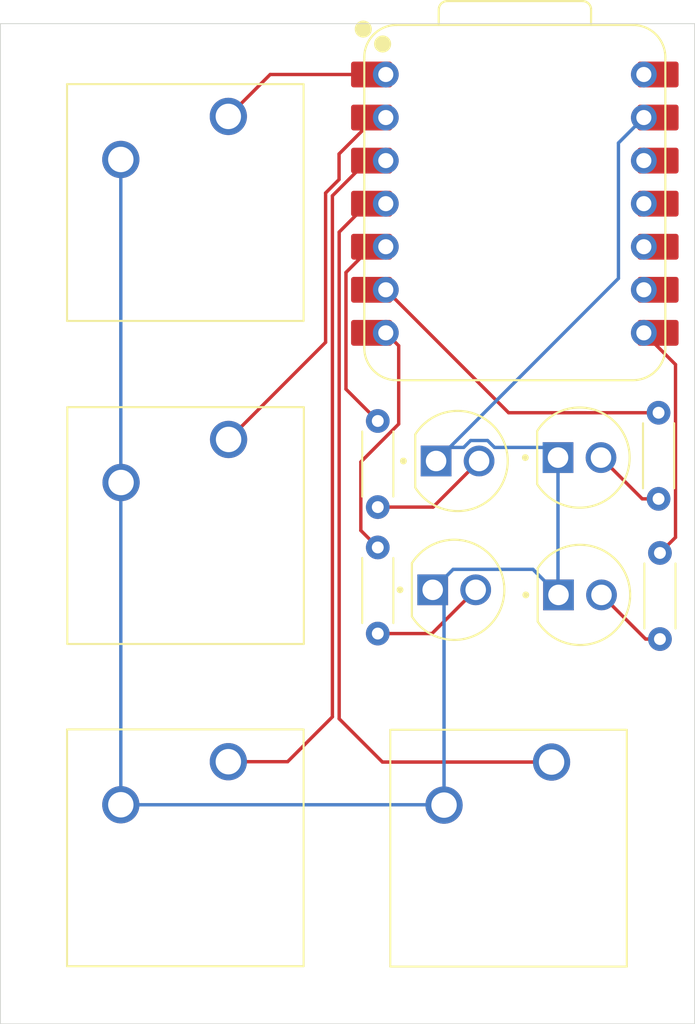
<source format=kicad_pcb>
(kicad_pcb (version 20241229) (generator "pcbnew") (generator_version "9.0")
  (layers (0 "F.Cu" signal) (2 "B.Cu" signal) (13 "F.Paste" user) (15 "B.Paste" user) (5 "F.SilkS" user "F.Silkscreen") (7 "B.SilkS" user "B.Silkscreen") (1 "F.Mask" user) (3 "B.Mask" user) (25 "Edge.Cuts" user))
  (net 0 "")
  (net 1 "Net-(D4-PadA)")
  (net 2 "GND")
  (net 3 "Net-(D1-PadA)")
  (net 4 "Net-(D2-PadA)")
  (net 5 "led 1")
  (net 6 "led 2")
  (net 7 "led 3")
  (net 8 "switch 1")
  (net 9 "switch 2")
  (net 10 "switch 3")
  (net 14 "Net-(D3-PadA)")
  (net 15 "led 4")
  (net 18 "switch 4")
  (footprint "e390cee6c564169ed6d49fe7a268946ec8897500_l08r5000q1:LEDRD254W57D500H1070" (layer "F.Cu") (at 100.3 87.4)
    (property "Reference" "D3" (hide yes))
    (property "Value" "L08R5000Q1" (hide yes))
    (fp_line (start -2.5 -1.566) (end -2.5 1.566) (stroke (width 0.127)) (layer "F.SilkS"))
    (fp_arc (start -2.5 -1.566) (mid 2.961291 0) (end -2.5 1.566) (stroke (width 0.127)) (layer "F.SilkS"))
    (fp_circle (center -3.2 0) (end -3.1 0) (stroke (width 0.2)) (fill no) (layer "F.SilkS"))
    (pad "A" thru_hole circle (at 1.27 0) (size 1.815 1.815) (drill 1.21) (layers "*.Cu" "*.Mask") (net 14 "Net-(D3-PadA)"))
    (pad "C" thru_hole rect (at -1.27 0) (size 1.815 1.815) (drill 1.21) (layers "*.Cu" "*.Mask") (net 2 "GND"))
  )
  (footprint "Seeed Studio XIAO Series Library:XIAO-RP2040-DIP" (layer "F.Cu") (at 103.88 64.62)
    (property "Reference" "U1" (hide yes))
    (property "Value" "XIAO-RP2040-DIP" (hide yes))
    (fp_line (start -8.89 8.509) (end -8.89 -8.636) (stroke (width 0.127)) (layer "F.SilkS"))
    (fp_line (start -6.985 10.414) (end 6.985 10.414) (stroke (width 0.127)) (layer "F.SilkS"))
    (fp_line (start -4.495 -10.541) (end -4.491272 -11.451272) (stroke (width 0.127)) (layer "F.SilkS"))
    (fp_line (start -3.991272 -11.951) (end 4.004 -11.951) (stroke (width 0.127)) (layer "F.SilkS"))
    (fp_line (start 4.504 -11.451) (end 4.504 -10.541) (stroke (width 0.127)) (layer "F.SilkS"))
    (fp_line (start 6.985 -10.541) (end -6.985 -10.541) (stroke (width 0.1)) (layer "F.SilkS"))
    (fp_line (start 6.985 -10.541) (end -6.985 -10.541) (stroke (width 0.127)) (layer "F.SilkS"))
    (fp_line (start 8.89 8.509) (end 8.89 -8.636) (stroke (width 0.127)) (layer "F.SilkS"))
    (fp_arc (start -8.89 -8.636) (mid -8.332038 -9.983038) (end -6.985 -10.541) (stroke (width 0.127)) (layer "F.SilkS"))
    (fp_arc (start -6.985 10.414) (mid -8.332038 9.856038) (end -8.89 8.509) (stroke (width 0.127)) (layer "F.SilkS"))
    (fp_arc (start -4.491272 -11.451272) (mid -4.344724 -11.804644) (end -3.991272 -11.951) (stroke (width 0.127)) (layer "F.SilkS"))
    (fp_arc (start 4.004 -11.951) (mid 4.357553 -11.804553) (end 4.504 -11.451) (stroke (width 0.127)) (layer "F.SilkS"))
    (fp_arc (start 6.985 -10.541) (mid 8.332038 -9.983038) (end 8.89 -8.636) (stroke (width 0.127)) (layer "F.SilkS"))
    (fp_arc (start 8.89 8.509) (mid 8.332038 9.856038) (end 6.985 10.414) (stroke (width 0.127)) (layer "F.SilkS"))
    (fp_circle (center -8.95 -10.3) (end -8.95 -10.554) (stroke (width 0.5)) (fill yes) (layer "F.SilkS"))
    (fp_circle (center -7.807 -9.42) (end -7.807 -9.674) (stroke (width 0.5)) (fill yes) (layer "F.SilkS"))
    (pad "1" smd roundrect (at -8.455 -7.62 180) (size 2.432 1.524) (layers "F.Cu" "F.Mask") (roundrect_rratio 0.1) (net 8 "switch 1"))
    (pad "1" thru_hole circle (at -7.62 -7.62 180) (size 1.524 1.524) (drill 0.889) (layers "*.Cu" "*.Mask") (net 8 "switch 1"))
    (pad "2" smd roundrect (at -8.455 -5.08 180) (size 2.432 1.524) (layers "F.Cu" "F.Mask") (roundrect_rratio 0.1) (net 9 "switch 2"))
    (pad "2" thru_hole circle (at -7.62 -5.08 180) (size 1.524 1.524) (drill 0.889) (layers "*.Cu" "*.Mask") (net 9 "switch 2"))
    (pad "3" smd roundrect (at -8.455 -2.54 180) (size 2.432 1.524) (layers "F.Cu" "F.Mask") (roundrect_rratio 0.1) (net 10 "switch 3"))
    (pad "3" thru_hole circle (at -7.62 -2.54 180) (size 1.524 1.524) (drill 0.889) (layers "*.Cu" "*.Mask") (net 10 "switch 3"))
    (pad "4" smd roundrect (at -8.455 0 180) (size 2.432 1.524) (layers "F.Cu" "F.Mask") (roundrect_rratio 0.1) (net 18 "switch 4"))
    (pad "4" thru_hole circle (at -7.62 0 180) (size 1.524 1.524) (drill 0.889) (layers "*.Cu" "*.Mask") (net 18 "switch 4"))
    (pad "5" smd roundrect (at -8.455 2.54 180) (size 2.432 1.524) (layers "F.Cu" "F.Mask") (roundrect_rratio 0.1) (net 5 "led 1"))
    (pad "5" thru_hole circle (at -7.62 2.54 180) (size 1.524 1.524) (drill 0.889) (layers "*.Cu" "*.Mask") (net 5 "led 1"))
    (pad "6" smd roundrect (at -8.455 5.08 180) (size 2.432 1.524) (layers "F.Cu" "F.Mask") (roundrect_rratio 0.1) (net 6 "led 2"))
    (pad "6" thru_hole circle (at -7.62 5.08 180) (size 1.524 1.524) (drill 0.889) (layers "*.Cu" "*.Mask") (net 6 "led 2"))
    (pad "7" smd roundrect (at -8.455 7.62 180) (size 2.432 1.524) (layers "F.Cu" "F.Mask") (roundrect_rratio 0.1) (net 7 "led 3"))
    (pad "7" thru_hole circle (at -7.62 7.62 180) (size 1.524 1.524) (drill 0.889) (layers "*.Cu" "*.Mask") (net 7 "led 3"))
    (pad "8" thru_hole circle (at 7.62 7.62) (size 1.524 1.524) (drill 0.889) (layers "*.Cu" "*.Mask") (net 15 "led 4"))
    (pad "8" smd roundrect (at 8.455 7.62) (size 2.432 1.524) (layers "F.Cu" "F.Mask") (roundrect_rratio 0.1) (net 15 "led 4"))
    (pad "9" thru_hole circle (at 7.62 5.08) (size 1.524 1.524) (drill 0.889) (layers "*.Cu" "*.Mask"))
    (pad "9" smd roundrect (at 8.455 5.08) (size 2.432 1.524) (layers "F.Cu" "F.Mask") (roundrect_rratio 0.1))
    (pad "10" thru_hole circle (at 7.62 2.54) (size 1.524 1.524) (drill 0.889) (layers "*.Cu" "*.Mask"))
    (pad "10" smd roundrect (at 8.455 2.54) (size 2.432 1.524) (layers "F.Cu" "F.Mask") (roundrect_rratio 0.1))
    (pad "11" thru_hole circle (at 7.62 0) (size 1.524 1.524) (drill 0.889) (layers "*.Cu" "*.Mask"))
    (pad "11" smd roundrect (at 8.455 0) (size 2.432 1.524) (layers "F.Cu" "F.Mask") (roundrect_rratio 0.1))
    (pad "12" thru_hole circle (at 7.62 -2.54) (size 1.524 1.524) (drill 0.889) (layers "*.Cu" "*.Mask"))
    (pad "12" smd roundrect (at 8.455 -2.54) (size 2.432 1.524) (layers "F.Cu" "F.Mask") (roundrect_rratio 0.1))
    (pad "13" thru_hole circle (at 7.62 -5.08) (size 1.524 1.524) (drill 0.889) (layers "*.Cu" "*.Mask") (net 2 "GND"))
    (pad "13" smd roundrect (at 8.455 -5.08) (size 2.432 1.524) (layers "F.Cu" "F.Mask") (roundrect_rratio 0.1) (net 2 "GND"))
    (pad "14" thru_hole circle (at 7.62 -7.62) (size 1.524 1.524) (drill 0.889) (layers "*.Cu" "*.Mask"))
    (pad "14" smd roundrect (at 8.455 -7.62) (size 2.432 1.524) (layers "F.Cu" "F.Mask") (roundrect_rratio 0.1))
  )
  (footprint "e390cee6c564169ed6d49fe7a268946ec8897500_l08r5000q1:LEDRD254W57D500H1070" (layer "F.Cu") (at 107.73 87.7)
    (property "Reference" "D4" (hide yes))
    (property "Value" "L08R5000Q1" (hide yes))
    (fp_line (start -2.5 -1.566) (end -2.5 1.566) (stroke (width 0.127)) (layer "F.SilkS"))
    (fp_arc (start -2.5 -1.566) (mid 2.961291 0) (end -2.5 1.566) (stroke (width 0.127)) (layer "F.SilkS"))
    (fp_circle (center -3.2 0) (end -3.1 0) (stroke (width 0.2)) (fill no) (layer "F.SilkS"))
    (pad "A" thru_hole circle (at 1.27 0) (size 1.815 1.815) (drill 1.21) (layers "*.Cu" "*.Mask") (net 1 "Net-(D4-PadA)"))
    (pad "C" thru_hole rect (at -1.27 0) (size 1.815 1.815) (drill 1.21) (layers "*.Cu" "*.Mask") (net 2 "GND"))
  )
  (footprint "Resistor_THT:R_Axial_DIN0204_L3.6mm_D1.6mm_P5.08mm_Horizontal" (layer "F.Cu") (at 112.450942 90.304919 90)
    (property "Reference" "R4" (hide yes))
    (property "Value" "R" (hide yes))
    (fp_line (start 0.62 -0.92) (end 4.46 -0.92) (stroke (width 0.12)) (layer "F.SilkS"))
    (fp_line (start 0.62 0.92) (end 4.46 0.92) (stroke (width 0.12)) (layer "F.SilkS"))
    (pad "1" thru_hole circle (at 0 0 90) (size 1.4 1.4) (drill 0.7) (layers "*.Cu" "*.Mask") (net 1 "Net-(D4-PadA)"))
    (pad "2" thru_hole circle (at 5.08 0 90) (size 1.4 1.4) (drill 0.7) (layers "*.Cu" "*.Mask") (net 15 "led 4"))
  )
  (footprint "Button_Switch_Keyboard:SW_Cherry_MX_1.00u_PCB" (layer "F.Cu") (at 86.96 59.472792)
    (property "Reference" "SW1" (hide yes))
    (property "Value" "SW_Push" (hide yes))
    (fp_line (start -9.525 -1.905) (end 4.445 -1.905) (stroke (width 0.12)) (layer "F.SilkS"))
    (fp_line (start -9.525 12.065) (end -9.525 -1.905) (stroke (width 0.12)) (layer "F.SilkS"))
    (fp_line (start 4.445 -1.905) (end 4.445 12.065) (stroke (width 0.12)) (layer "F.SilkS"))
    (fp_line (start 4.445 12.065) (end -9.525 12.065) (stroke (width 0.12)) (layer "F.SilkS"))
    (pad "" np_thru_hole circle (at -7.62 5.08) (size 1.7 1.7) (drill 1.7) (layers "*.Cu" "*.Mask"))
    (pad "" np_thru_hole circle (at -2.54 5.08) (size 4 4) (drill 4) (layers "*.Cu" "*.Mask"))
    (pad "" np_thru_hole circle (at 2.54 5.08) (size 1.7 1.7) (drill 1.7) (layers "*.Cu" "*.Mask"))
    (pad "1" thru_hole circle (at 0 0) (size 2.2 2.2) (drill 1.5) (layers "*.Cu" "*.Mask") (net 8 "switch 1"))
    (pad "2" thru_hole circle (at -6.35 2.54) (size 2.2 2.2) (drill 1.5) (layers "*.Cu" "*.Mask") (net 2 "GND"))
  )
  (footprint "Button_Switch_Keyboard:SW_Cherry_MX_1.00u_PCB" (layer "F.Cu") (at 86.960799 97.53945)
    (property "Reference" "SW3" (hide yes))
    (property "Value" "SW_Push" (hide yes))
    (fp_line (start -9.525 -1.905) (end 4.445 -1.905) (stroke (width 0.12)) (layer "F.SilkS"))
    (fp_line (start -9.525 12.065) (end -9.525 -1.905) (stroke (width 0.12)) (layer "F.SilkS"))
    (fp_line (start 4.445 -1.905) (end 4.445 12.065) (stroke (width 0.12)) (layer "F.SilkS"))
    (fp_line (start 4.445 12.065) (end -9.525 12.065) (stroke (width 0.12)) (layer "F.SilkS"))
    (pad "" np_thru_hole circle (at -7.62 5.08) (size 1.7 1.7) (drill 1.7) (layers "*.Cu" "*.Mask"))
    (pad "" np_thru_hole circle (at -2.54 5.08) (size 4 4) (drill 4) (layers "*.Cu" "*.Mask"))
    (pad "" np_thru_hole circle (at 2.54 5.08) (size 1.7 1.7) (drill 1.7) (layers "*.Cu" "*.Mask"))
    (pad "1" thru_hole circle (at 0 0) (size 2.2 2.2) (drill 1.5) (layers "*.Cu" "*.Mask") (net 10 "switch 3"))
    (pad "2" thru_hole circle (at -6.35 2.54) (size 2.2 2.2) (drill 1.5) (layers "*.Cu" "*.Mask") (net 2 "GND"))
  )
  (footprint "e390cee6c564169ed6d49fe7a268946ec8897500_l08r5000q1:LEDRD254W57D500H1070" (layer "F.Cu") (at 107.7 79.6)
    (property "Reference" "D2" (hide yes))
    (property "Value" "L08R5000Q1" (hide yes))
    (fp_line (start -2.5 -1.566) (end -2.5 1.566) (stroke (width 0.127)) (layer "F.SilkS"))
    (fp_arc (start -2.5 -1.566) (mid 2.961291 0) (end -2.5 1.566) (stroke (width 0.127)) (layer "F.SilkS"))
    (fp_circle (center -3.2 0) (end -3.1 0) (stroke (width 0.2)) (fill no) (layer "F.SilkS"))
    (pad "A" thru_hole circle (at 1.27 0) (size 1.815 1.815) (drill 1.21) (layers "*.Cu" "*.Mask") (net 4 "Net-(D2-PadA)"))
    (pad "C" thru_hole rect (at -1.27 0) (size 1.815 1.815) (drill 1.21) (layers "*.Cu" "*.Mask") (net 2 "GND"))
  )
  (footprint "Resistor_THT:R_Axial_DIN0204_L3.6mm_D1.6mm_P5.08mm_Horizontal" (layer "F.Cu") (at 95.786267 89.980546 90)
    (property "Reference" "R3" (hide yes))
    (property "Value" "R" (hide yes))
    (fp_line (start 0.62 -0.92) (end 4.46 -0.92) (stroke (width 0.12)) (layer "F.SilkS"))
    (fp_line (start 0.62 0.92) (end 4.46 0.92) (stroke (width 0.12)) (layer "F.SilkS"))
    (pad "1" thru_hole circle (at 0 0 90) (size 1.4 1.4) (drill 0.7) (layers "*.Cu" "*.Mask") (net 14 "Net-(D3-PadA)"))
    (pad "2" thru_hole circle (at 5.08 0 90) (size 1.4 1.4) (drill 0.7) (layers "*.Cu" "*.Mask") (net 7 "led 3"))
  )
  (footprint "Button_Switch_Keyboard:SW_Cherry_MX_1.00u_PCB" (layer "F.Cu") (at 106.05 97.56)
    (property "Reference" "SW4" (hide yes))
    (property "Value" "SW_Push" (hide yes))
    (fp_line (start -9.525 -1.905) (end 4.445 -1.905) (stroke (width 0.12)) (layer "F.SilkS"))
    (fp_line (start -9.525 12.065) (end -9.525 -1.905) (stroke (width 0.12)) (layer "F.SilkS"))
    (fp_line (start 4.445 -1.905) (end 4.445 12.065) (stroke (width 0.12)) (layer "F.SilkS"))
    (fp_line (start 4.445 12.065) (end -9.525 12.065) (stroke (width 0.12)) (layer "F.SilkS"))
    (pad "" np_thru_hole circle (at -7.62 5.08) (size 1.7 1.7) (drill 1.7) (layers "*.Cu" "*.Mask"))
    (pad "" np_thru_hole circle (at -2.54 5.08) (size 4 4) (drill 4) (layers "*.Cu" "*.Mask"))
    (pad "" np_thru_hole circle (at 2.54 5.08) (size 1.7 1.7) (drill 1.7) (layers "*.Cu" "*.Mask"))
    (pad "1" thru_hole circle (at 0 0) (size 2.2 2.2) (drill 1.5) (layers "*.Cu" "*.Mask") (net 18 "switch 4"))
    (pad "2" thru_hole circle (at -6.35 2.54) (size 2.2 2.2) (drill 1.5) (layers "*.Cu" "*.Mask") (net 2 "GND"))
  )
  (footprint "e390cee6c564169ed6d49fe7a268946ec8897500_l08r5000q1:LEDRD254W57D500H1070" (layer "F.Cu") (at 100.5 79.8)
    (property "Reference" "D1" (hide yes))
    (property "Value" "L08R5000Q1" (hide yes))
    (fp_line (start -2.5 -1.566) (end -2.5 1.566) (stroke (width 0.127)) (layer "F.SilkS"))
    (fp_arc (start -2.5 -1.566) (mid 2.961291 0) (end -2.5 1.566) (stroke (width 0.127)) (layer "F.SilkS"))
    (fp_circle (center -3.2 0) (end -3.1 0) (stroke (width 0.2)) (fill no) (layer "F.SilkS"))
    (pad "A" thru_hole circle (at 1.27 0) (size 1.815 1.815) (drill 1.21) (layers "*.Cu" "*.Mask") (net 3 "Net-(D1-PadA)"))
    (pad "C" thru_hole rect (at -1.27 0) (size 1.815 1.815) (drill 1.21) (layers "*.Cu" "*.Mask") (net 2 "GND"))
  )
  (footprint "Resistor_THT:R_Axial_DIN0204_L3.6mm_D1.6mm_P5.08mm_Horizontal" (layer "F.Cu") (at 112.369849 82.033402 90)
    (property "Reference" "R2" (hide yes))
    (property "Value" "R" (hide yes))
    (fp_line (start 0.62 -0.92) (end 4.46 -0.92) (stroke (width 0.12)) (layer "F.SilkS"))
    (fp_line (start 0.62 0.92) (end 4.46 0.92) (stroke (width 0.12)) (layer "F.SilkS"))
    (pad "1" thru_hole circle (at 0 0 90) (size 1.4 1.4) (drill 0.7) (layers "*.Cu" "*.Mask") (net 4 "Net-(D2-PadA)"))
    (pad "2" thru_hole circle (at 5.08 0 90) (size 1.4 1.4) (drill 0.7) (layers "*.Cu" "*.Mask") (net 6 "led 2"))
  )
  (footprint "Resistor_THT:R_Axial_DIN0204_L3.6mm_D1.6mm_P5.08mm_Horizontal" (layer "F.Cu") (at 95.786267 82.519962 90)
    (property "Reference" "R1" (hide yes))
    (property "Value" "R" (hide yes))
    (fp_line (start 0.62 -0.92) (end 4.46 -0.92) (stroke (width 0.12)) (layer "F.SilkS"))
    (fp_line (start 0.62 0.92) (end 4.46 0.92) (stroke (width 0.12)) (layer "F.SilkS"))
    (pad "1" thru_hole circle (at 0 0 90) (size 1.4 1.4) (drill 0.7) (layers "*.Cu" "*.Mask") (net 3 "Net-(D1-PadA)"))
    (pad "2" thru_hole circle (at 5.08 0 90) (size 1.4 1.4) (drill 0.7) (layers "*.Cu" "*.Mask") (net 5 "led 1"))
  )
  (footprint "Button_Switch_Keyboard:SW_Cherry_MX_1.00u_PCB" (layer "F.Cu") (at 86.975244 78.529314)
    (property "Reference" "SW2" (hide yes))
    (property "Value" "SW_Push" (hide yes))
    (fp_line (start -9.525 -1.905) (end 4.445 -1.905) (stroke (width 0.12)) (layer "F.SilkS"))
    (fp_line (start -9.525 12.065) (end -9.525 -1.905) (stroke (width 0.12)) (layer "F.SilkS"))
    (fp_line (start 4.445 -1.905) (end 4.445 12.065) (stroke (width 0.12)) (layer "F.SilkS"))
    (fp_line (start 4.445 12.065) (end -9.525 12.065) (stroke (width 0.12)) (layer "F.SilkS"))
    (pad "" np_thru_hole circle (at -7.62 5.08) (size 1.7 1.7) (drill 1.7) (layers "*.Cu" "*.Mask"))
    (pad "" np_thru_hole circle (at -2.54 5.08) (size 4 4) (drill 4) (layers "*.Cu" "*.Mask"))
    (pad "" np_thru_hole circle (at 2.54 5.08) (size 1.7 1.7) (drill 1.7) (layers "*.Cu" "*.Mask"))
    (pad "1" thru_hole circle (at 0 0) (size 2.2 2.2) (drill 1.5) (layers "*.Cu" "*.Mask") (net 9 "switch 2"))
    (pad "2" thru_hole circle (at -6.35 2.54) (size 2.2 2.2) (drill 1.5) (layers "*.Cu" "*.Mask") (net 2 "GND"))
  )
  (gr_rect (start 73.5 54) (end 114.5 113) (stroke (width 0.05)) (fill no) (layer "Edge.Cuts"))
  (segment (start 109 87.7) (end 111.604919 90.304919) (width 0.2) (layer "F.Cu") (net 1))
  (segment (start 111.604919 90.304919) (end 112.450942 90.304919) (width 0.2) (layer "F.Cu") (net 1))
  (segment (start 105.83 79) (end 106.43 79.6) (width 0.2) (layer "B.Cu") (net 2))
  (segment (start 99.7 100.1) (end 99.7 88.07) (width 0.2) (layer "B.Cu") (net 2))
  (segment (start 99.23 79.8) (end 110 69.03) (width 0.2) (layer "B.Cu") (net 2))
  (segment (start 100.03 79) (end 100.860922 79) (width 0.2) (layer "B.Cu") (net 2))
  (segment (start 80.61 100.078651) (end 80.610799 100.07945) (width 0.2) (layer "B.Cu") (net 2))
  (segment (start 106.43 87.67) (end 106.46 87.7) (width 0.2) (layer "B.Cu") (net 2))
  (segment (start 99.23 87.2) (end 99.03 87.4) (width 0.2) (layer "B.Cu") (net 2))
  (segment (start 104.9515 86.1915) (end 106.46 87.7) (width 0.2) (layer "B.Cu") (net 2))
  (segment (start 99.67945 100.07945) (end 99.7 100.1) (width 0.2) (layer "B.Cu") (net 2))
  (segment (start 110 61.04) (end 111.5 59.54) (width 0.2) (layer "B.Cu") (net 2))
  (segment (start 100.860922 79) (end 101.269422 78.5915) (width 0.2) (layer "B.Cu") (net 2))
  (segment (start 101.269422 78.5915) (end 102.270578 78.5915) (width 0.2) (layer "B.Cu") (net 2))
  (segment (start 102.270578 78.5915) (end 102.679078 79) (width 0.2) (layer "B.Cu") (net 2))
  (segment (start 106.43 79.6) (end 106.43 87.67) (width 0.2) (layer "B.Cu") (net 2))
  (segment (start 80.610799 100.07945) (end 99.67945 100.07945) (width 0.2) (layer "B.Cu") (net 2))
  (segment (start 110 69.03) (end 110 61.04) (width 0.2) (layer "B.Cu") (net 2))
  (segment (start 99.23 79.8) (end 100.03 79) (width 0.2) (layer "B.Cu") (net 2))
  (segment (start 99.7 88.07) (end 99.03 87.4) (width 0.2) (layer "B.Cu") (net 2))
  (segment (start 102.679078 79) (end 105.83 79) (width 0.2) (layer "B.Cu") (net 2))
  (segment (start 100.2385 86.1915) (end 104.9515 86.1915) (width 0.2) (layer "B.Cu") (net 2))
  (segment (start 80.61 62.012792) (end 80.61 100.078651) (width 0.2) (layer "B.Cu") (net 2))
  (segment (start 99.03 87.4) (end 100.2385 86.1915) (width 0.2) (layer "B.Cu") (net 2))
  (segment (start 99.050038 82.519962) (end 95.786267 82.519962) (width 0.2) (layer "F.Cu") (net 3))
  (segment (start 101.77 79.8) (end 99.050038 82.519962) (width 0.2) (layer "F.Cu") (net 3))
  (segment (start 108.97 79.6) (end 111.403402 82.033402) (width 0.2) (layer "F.Cu") (net 4))
  (segment (start 111.403402 82.033402) (end 112.369849 82.033402) (width 0.2) (layer "F.Cu") (net 4))
  (segment (start 95.425 67.16) (end 96.26 67.16) (width 0.2) (layer "F.Cu") (net 5))
  (segment (start 93.908 68.677) (end 95.425 67.16) (width 0.2) (layer "F.Cu") (net 5))
  (segment (start 95.786267 77.439962) (end 93.908 75.561695) (width 0.2) (layer "F.Cu") (net 5))
  (segment (start 93.908 75.561695) (end 93.908 68.677) (width 0.2) (layer "F.Cu") (net 5))
  (segment (start 103.513402 76.953402) (end 96.26 69.7) (width 0.2) (layer "F.Cu") (net 6))
  (segment (start 112.369849 76.953402) (end 103.513402 76.953402) (width 0.2) (layer "F.Cu") (net 6))
  (segment (start 97.021999 77.619858) (end 97.021999 73.001999) (width 0.2) (layer "F.Cu") (net 7))
  (segment (start 94.785267 83.899546) (end 94.785267 79.85659) (width 0.2) (layer "F.Cu") (net 7))
  (segment (start 97.021999 73.001999) (end 96.26 72.24) (width 0.2) (layer "F.Cu") (net 7))
  (segment (start 95.786267 84.900546) (end 94.785267 83.899546) (width 0.2) (layer "F.Cu") (net 7))
  (segment (start 94.785267 79.85659) (end 97.021999 77.619858) (width 0.2) (layer "F.Cu") (net 7))
  (segment (start 86.96 59.472792) (end 89.432792 57) (width 0.2) (layer "F.Cu") (net 8))
  (segment (start 89.432792 57) (end 96.26 57) (width 0.2) (layer "F.Cu") (net 8))
  (segment (start 95.18237 59.54) (end 96.26 59.54) (width 0.2) (layer "F.Cu") (net 9))
  (segment (start 93.5 63.19527) (end 93.5 61.686374) (width 0.2) (layer "F.Cu") (net 9))
  (segment (start 86.975244 78.529314) (end 92.705 72.799558) (width 0.2) (layer "F.Cu") (net 9))
  (segment (start 92.705 72.799558) (end 92.705 63.99027) (width 0.2) (layer "F.Cu") (net 9))
  (segment (start 92.705 63.99027) (end 93.5 63.19527) (width 0.2) (layer "F.Cu") (net 9))
  (segment (start 93.5 61.686374) (end 95.646374 59.54) (width 0.2) (layer "F.Cu") (net 9))
  (segment (start 95.646374 59.54) (end 96.26 59.54) (width 0.2) (layer "F.Cu") (net 9))
  (segment (start 95.18237 62.08) (end 93.106 64.15637) (width 0.2) (layer "F.Cu") (net 10))
  (segment (start 96.26 62.08) (end 95.18237 62.08) (width 0.2) (layer "F.Cu") (net 10))
  (segment (start 93.106 64.15637) (end 93.106 94.894) (width 0.2) (layer "F.Cu") (net 10))
  (segment (start 93.106 94.894) (end 90.46055 97.53945) (width 0.2) (layer "F.Cu") (net 10))
  (segment (start 90.46055 97.53945) (end 86.960799 97.53945) (width 0.2) (layer "F.Cu") (net 10))
  (segment (start 101.57 87.4) (end 98.989454 89.980546) (width 0.2) (layer "F.Cu") (net 14))
  (segment (start 98.989454 89.980546) (end 95.786267 89.980546) (width 0.2) (layer "F.Cu") (net 14))
  (segment (start 112.450942 85.224919) (end 113.370849 84.305012) (width 0.2) (layer "F.Cu") (net 15))
  (segment (start 113.370849 74.110849) (end 111.5 72.24) (width 0.2) (layer "F.Cu") (net 15))
  (segment (start 113.370849 84.305012) (end 113.370849 74.110849) (width 0.2) (layer "F.Cu") (net 15))
  (segment (start 95.18237 64.62) (end 96.26 64.62) (width 0.2) (layer "F.Cu") (net 18))
  (segment (start 106.05 97.56) (end 96.06 97.56) (width 0.2) (layer "F.Cu") (net 18))
  (segment (start 96.06 97.56) (end 93.507 95.007) (width 0.2) (layer "F.Cu") (net 18))
  (segment (start 93.507 66.29537) (end 95.18237 64.62) (width 0.2) (layer "F.Cu") (net 18))
  (segment (start 93.507 95.007) (end 93.507 66.29537) (width 0.2) (layer "F.Cu") (net 18))
)
</source>
